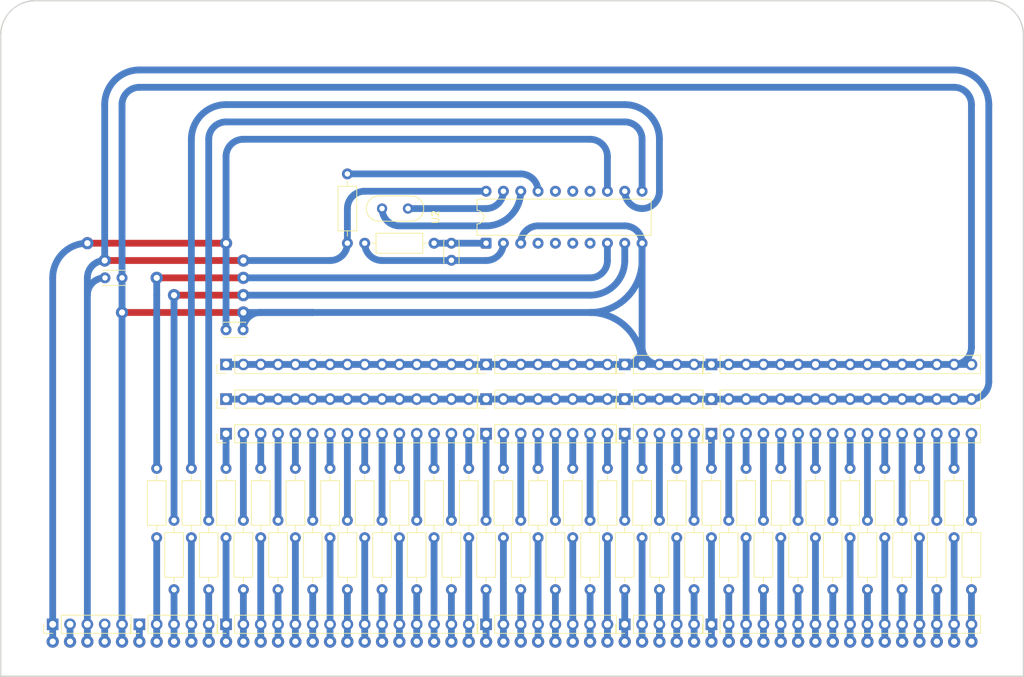
<source format=kicad_pcb>
(kicad_pcb (version 20241229) (generator "pcbnew") (generator_version "9.0")
  (layers (0 "F.Cu" signal) (2 "B.Cu" signal) (13 "F.Paste" user) (15 "B.Paste" user) (5 "F.SilkS" user "F.Silkscreen") (7 "B.SilkS" user "B.Silkscreen") (1 "F.Mask" user) (3 "B.Mask" user) (25 "Edge.Cuts" user))
  (net 0 "")
  (net 1 "Net-(U2-Tank_1)")
  (net 2 "Net-(U2-Tank_2)")
  (net 3 "/HOLDA")
  (net 4 "/{slash}WE")
  (net 5 "/WAIT")
  (net 6 "/{slash}MEMIN")
  (net 7 "/DBIN")
  (net 8 "/{slash}RESET")
  (net 9 "/{slash}HOLD")
  (net 10 "/READY")
  (net 11 "/AD14")
  (net 12 "/AD3")
  (net 13 "/AD2")
  (net 14 "/AD9")
  (net 15 "/AD10")
  (net 16 "/AD13")
  (net 17 "/AD12")
  (net 18 "/AD7")
  (net 19 "/AD15")
  (net 20 "/AD5")
  (net 21 "/AD1")
  (net 22 "/AD6")
  (net 23 "/AD4")
  (net 24 "/AD8")
  (net 25 "/AD11")
  (net 26 "/DA4")
  (net 27 "/DA15")
  (net 28 "/DA2")
  (net 29 "/DA0")
  (net 30 "/DA7")
  (net 31 "/DA3")
  (net 32 "/DA6")
  (net 33 "/DA12")
  (net 34 "/DA14")
  (net 35 "/DA8")
  (net 36 "/DA5")
  (net 37 "/DA10")
  (net 38 "/DA11")
  (net 39 "/DA13")
  (net 40 "/DA9")
  (net 41 "/DA1")
  (net 42 "/IRQ")
  (net 43 "/IC1")
  (net 44 "/IC3")
  (net 45 "/IC0")
  (net 46 "/IC2")
  (net 47 "+12V")
  (net 48 "-12V")
  (net 49 "-5V")
  (net 50 "GND")
  (net 51 "+5V")
  (net 52 "Net-(J6-Pin_16)")
  (net 53 "Net-(J6-Pin_7)")
  (net 54 "Net-(J6-Pin_12)")
  (net 55 "Net-(J6-Pin_9)")
  (net 56 "Net-(J6-Pin_3)")
  (net 57 "Net-(J6-Pin_1)")
  (net 58 "Net-(J6-Pin_10)")
  (net 59 "Net-(J6-Pin_14)")
  (net 60 "Net-(J6-Pin_15)")
  (net 61 "Net-(J6-Pin_2)")
  (net 62 "Net-(J6-Pin_6)")
  (net 63 "Net-(J6-Pin_13)")
  (net 64 "Net-(J6-Pin_8)")
  (net 65 "Net-(J6-Pin_11)")
  (net 66 "Net-(J6-Pin_5)")
  (net 67 "Net-(J6-Pin_4)")
  (net 68 "unconnected-(J7-Pin_1-Pad1)")
  (net 69 "PHI3")
  (net 70 "PHI4")
  (net 71 "PHI1")
  (net 72 "PHI2")
  (net 73 "Net-(J9-Pin_14)")
  (net 74 "Net-(J9-Pin_6)")
  (net 75 "Net-(J9-Pin_4)")
  (net 76 "Net-(J9-Pin_3)")
  (net 77 "Net-(J9-Pin_13)")
  (net 78 "Net-(J9-Pin_15)")
  (net 79 "Net-(J9-Pin_11)")
  (net 80 "Net-(J9-Pin_10)")
  (net 81 "Net-(J9-Pin_2)")
  (net 82 "Net-(J9-Pin_8)")
  (net 83 "Net-(J9-Pin_7)")
  (net 84 "Net-(J9-Pin_12)")
  (net 85 "Net-(J9-Pin_9)")
  (net 86 "Net-(J9-Pin_1)")
  (net 87 "Net-(J9-Pin_5)")
  (net 88 "Net-(J11-Pin_8)")
  (net 89 "Net-(J11-Pin_4)")
  (net 90 "Net-(J11-Pin_5)")
  (net 91 "Net-(J11-Pin_2)")
  (net 92 "Net-(J11-Pin_7)")
  (net 93 "Net-(J11-Pin_1)")
  (net 94 "Net-(J11-Pin_6)")
  (net 95 "Net-(J11-Pin_3)")
  (net 96 "Net-(J12-Pin_5)")
  (net 97 "Net-(J12-Pin_1)")
  (net 98 "Net-(J12-Pin_4)")
  (net 99 "Net-(J12-Pin_3)")
  (net 100 "Net-(J12-Pin_2)")
  (net 101 "Net-(U2-PHI1)")
  (net 102 "Net-(U2-PHI2)")
  (net 103 "Net-(U2-PHI4)")
  (net 104 "Net-(U2-PHI3)")
  (net 105 "Net-(U2-OSCIN)")
  (net 109 "Net-(U2-XTAL_2)")
  (net 112 "Net-(U2-XTAL_1)")
  (footprint "Resistor_THT:R_Axial_DIN0207_L6.3mm_D2.5mm_P10.16mm_Horizontal" (layer "F.Cu") (at 127 76.2 -90)
    (property "Reference" "R7" (hide yes))
    (property "Value" "1k")
  )
  (footprint "Resistor_THT:R_Axial_DIN0207_L6.3mm_D2.5mm_P10.16mm_Horizontal" (layer "F.Cu") (at 182.88 137.16 90)
    (property "Reference" "R14" (hide yes))
    (property "Value" "4.7k")
  )
  (footprint "Resistor_THT:R_Axial_DIN0207_L6.3mm_D2.5mm_P10.16mm_Horizontal" (layer "F.Cu") (at 208.28 137.16 90)
    (property "Reference" "R24" (hide yes))
    (property "Value" "4.7k")
  )
  (footprint "Connector_PinHeader_2.54mm:PinHeader_1x08_P2.54mm_Vertical" (layer "F.Cu") (at 147.32 109.22 90)
    (property "Reference" "J13" (hide yes))
    (property "Value" "Conn_01x08_Pin" (hide yes))
  )
  (footprint "Connector_PinHeader_2.54mm:PinHeader_1x05_P2.54mm_Vertical" (layer "F.Cu") (at 83.82 142.24 90)
    (property "Reference" "J5" (hide yes))
    (property "Value" "Conn_01x05_Pin" (hide yes))
  )
  (footprint "Resistor_THT:R_Axial_DIN0207_L6.3mm_D2.5mm_P10.16mm_Horizontal" (layer "F.Cu") (at 154.94 129.54 90)
    (property "Reference" "R47" (hide yes))
    (property "Value" "4.7k")
  )
  (footprint "Resistor_THT:R_Axial_DIN0207_L6.3mm_D2.5mm_P10.16mm_Horizontal" (layer "F.Cu") (at 109.22 129.54 90)
    (property "Reference" "R28" (hide yes))
    (property "Value" "4.7k")
  )
  (footprint "Resistor_THT:R_Axial_DIN0207_L6.3mm_D2.5mm_P10.16mm_Horizontal" (layer "F.Cu") (at 111.76 137.16 90)
    (property "Reference" "R29" (hide yes))
    (property "Value" "4.7k")
  )
  (footprint "Resistor_THT:R_Axial_DIN0207_L6.3mm_D2.5mm_P10.16mm_Horizontal" (layer "F.Cu") (at 185.42 129.54 90)
    (property "Reference" "R15" (hide yes))
    (property "Value" "4.7k")
  )
  (footprint "Resistor_THT:R_Axial_DIN0207_L6.3mm_D2.5mm_P10.16mm_Horizontal" (layer "F.Cu") (at 218.44 137.16 90)
    (property "Reference" "R43" (hide yes))
    (property "Value" "4.7k")
  )
  (footprint "Resistor_THT:R_Axial_DIN0207_L6.3mm_D2.5mm_P10.16mm_Horizontal" (layer "F.Cu") (at 177.8 137.16 90)
    (property "Reference" "R56" (hide yes))
    (property "Value" "4.7k")
  )
  (footprint "Resistor_THT:R_Axial_DIN0207_L6.3mm_D2.5mm_P10.16mm_Horizontal" (layer "F.Cu") (at 114.3 129.54 90)
    (property "Reference" "R30" (hide yes))
    (property "Value" "4.7k")
  )
  (footprint "Connector_PinHeader_2.54mm:PinHeader_1x08_P2.54mm_Vertical" (layer "F.Cu") (at 147.32 104.14 90)
    (property "Reference" "J17" (hide yes))
    (property "Value" "Conn_01x08_Pin" (hide yes))
  )
  (footprint "Resistor_THT:R_Axial_DIN0207_L6.3mm_D2.5mm_P10.16mm_Horizontal" (layer "F.Cu") (at 210.82 129.54 90)
    (property "Reference" "R25" (hide yes))
    (property "Value" "4.7k")
  )
  (footprint "Resistor_THT:R_Axial_DIN0207_L6.3mm_D2.5mm_P10.16mm_Horizontal" (layer "F.Cu") (at 160.02 129.54 90)
    (property "Reference" "R49" (hide yes))
    (property "Value" "4.7k")
  )
  (footprint "Connector_PinHeader_2.54mm:PinHeader_1x15_P2.54mm_Vertical" (layer "F.Cu") (at 109.22 114.3 90)
    (property "Reference" "J9" (hide yes))
    (property "Value" "Conn_01x15_Pin" (hide yes))
  )
  (footprint "Resistor_THT:R_Axial_DIN0207_L6.3mm_D2.5mm_P10.16mm_Horizontal" (layer "F.Cu") (at 193.04 137.16 90)
    (property "Reference" "R18" (hide yes))
    (property "Value" "4.7k")
  )
  (footprint "Connector_PinHeader_2.54mm:PinHeader_1x15_P2.54mm_Vertical" (layer "F.Cu") (at 109.22 104.14 90)
    (property "Reference" "J16" (hide yes))
    (property "Value" "Conn_01x15_Pin" (hide yes))
  )
  (footprint "Connector_PinHeader_2.54mm:PinHeader_1x05_P2.54mm_Vertical" (layer "F.Cu") (at 96.52 142.24 90)
    (property "Reference" "J7" (hide yes))
    (property "Value" "Conn_01x05_Pin" (hide yes))
  )
  (footprint "Connector_PinHeader_2.54mm:PinHeader_1x05_P2.54mm_Vertical" (layer "F.Cu") (at 167.64 142.24 90)
    (property "Reference" "J4" (hide yes))
    (property "Value" "Conn_01x05_Pin" (hide yes))
  )
  (footprint "Resistor_THT:R_Axial_DIN0207_L6.3mm_D2.5mm_P10.16mm_Horizontal" (layer "F.Cu") (at 157.48 137.16 90)
    (property "Reference" "R48" (hide yes))
    (property "Value" "4.7k")
  )
  (footprint "Resistor_THT:R_Axial_DIN0207_L6.3mm_D2.5mm_P10.16mm_Horizontal" (layer "F.Cu") (at 187.96 137.16 90)
    (property "Reference" "R16" (hide yes))
    (property "Value" "4.7k")
  )
  (footprint "Resistor_THT:R_Axial_DIN0207_L6.3mm_D2.5mm_P10.16mm_Horizontal" (layer "F.Cu") (at 104.14 119.38 -90)
    (property "Reference" "R3" (hide yes))
    (property "Value" "22")
  )
  (footprint "Resistor_THT:R_Axial_DIN0207_L6.3mm_D2.5mm_P10.16mm_Horizontal" (layer "F.Cu") (at 167.64 137.16 90)
    (property "Reference" "R52" (hide yes))
    (property "Value" "4.7k")
  )
  (footprint "Resistor_THT:R_Axial_DIN0207_L6.3mm_D2.5mm_P10.16mm_Horizontal" (layer "F.Cu") (at 175.26 129.54 90)
    (property "Reference" "R55" (hide yes))
    (property "Value" "4.7k")
  )
  (footprint "Connector_PinHeader_2.54mm:PinHeader_1x05_P2.54mm_Vertical" (layer "F.Cu") (at 167.64 114.3 90)
    (property "Reference" "J12" (hide yes))
    (property "Value" "Conn_01x05_Pin" (hide yes))
  )
  (footprint "Resistor_THT:R_Axial_DIN0207_L6.3mm_D2.5mm_P10.16mm_Horizontal" (layer "F.Cu") (at 147.32 137.16 90)
    (property "Reference" "R44" (hide yes))
    (property "Value" "4.7k")
  )
  (footprint "Resistor_THT:R_Axial_DIN0207_L6.3mm_D2.5mm_P10.16mm_Horizontal" (layer "F.Cu") (at 132.08 137.16 90)
    (property "Reference" "R37" (hide yes))
    (property "Value" "4.7k")
  )
  (footprint "Capacitor_THT:C_Disc_D3.0mm_W2.0mm_P2.50mm" (layer "F.Cu") (at 109.22 99.06)
    (property "Reference" "C3" (hide yes))
    (property "Value" "104" (hide yes))
  )
  (footprint "Resistor_THT:R_Axial_DIN0207_L6.3mm_D2.5mm_P10.16mm_Horizontal" (layer "F.Cu") (at 139.7 129.54 90)
    (property "Reference" "R40" (hide yes))
    (property "Value" "4.7k")
  )
  (footprint "Resistor_THT:R_Axial_DIN0207_L6.3mm_D2.5mm_P10.16mm_Horizontal" (layer "F.Cu") (at 142.24 137.16 90)
    (property "Reference" "R41" (hide yes))
    (property "Value" "4.7k")
  )
  (footprint "Resistor_THT:R_Axial_DIN0207_L6.3mm_D2.5mm_P10.16mm_Horizontal" (layer "F.Cu") (at 213.36 137.16 90)
    (property "Reference" "R26" (hide yes))
    (property "Value" "4.7k")
  )
  (footprint "Resistor_THT:R_Axial_DIN0207_L6.3mm_D2.5mm_P10.16mm_Horizontal" (layer "F.Cu") (at 121.92 137.16 90)
    (property "Reference" "R33" (hide yes))
    (property "Value" "4.7k")
  )
  (footprint "Resistor_THT:R_Axial_DIN0207_L6.3mm_D2.5mm_P10.16mm_Horizontal" (layer "F.Cu") (at 101.6 127 -90)
    (property "Reference" "R5" (hide yes))
    (property "Value" "22")
  )
  (footprint "Resistor_THT:R_Axial_DIN0207_L6.3mm_D2.5mm_P10.16mm_Horizontal" (layer "F.Cu") (at 162.56 137.16 90)
    (property "Reference" "R50" (hide yes))
    (property "Value" "4.7k")
  )
  (footprint "Resistor_THT:R_Axial_DIN0207_L6.3mm_D2.5mm_P10.16mm_Horizontal" (layer "F.Cu") (at 215.9 129.54 90)
    (property "Reference" "R27" (hide yes))
    (property "Value" "4.7k")
  )
  (footprint "Resistor_THT:R_Axial_DIN0207_L6.3mm_D2.5mm_P10.16mm_Horizontal" (layer "F.Cu") (at 149.86 129.54 90)
    (property "Reference" "R45" (hide yes))
    (property "Value" "4.7k")
  )
  (footprint "Resistor_THT:R_Axial_DIN0207_L6.3mm_D2.5mm_P10.16mm_Horizontal" (layer "F.Cu") (at 144.78 129.54 90)
    (property "Reference" "R42" (hide yes))
    (property "Value" "4.7k")
  )
  (footprint "Resistor_THT:R_Axial_DIN0207_L6.3mm_D2.5mm_P10.16mm_Horizontal" (layer "F.Cu") (at 137.16 137.16 90)
    (property "Reference" "R39" (hide yes))
    (property "Value" "4.7k")
  )
  (footprint "Resistor_THT:R_Axial_DIN0207_L6.3mm_D2.5mm_P10.16mm_Horizontal" (layer "F.Cu") (at 152.4 137.16 90)
    (property "Reference" "R46" (hide yes))
    (property "Value" "4.7k")
  )
  (footprint "Connector_PinHeader_2.54mm:PinHeader_1x16_P2.54mm_Vertical" (layer "F.Cu") (at 180.34 109.22 90)
    (property "Reference" "J8" (hide yes))
    (property "Value" "Conn_01x16_Pin" (hide yes))
  )
  (footprint "Connector_PinHeader_2.54mm:PinHeader_1x08_P2.54mm_Vertical" (layer "F.Cu") (at 147.32 114.3 90)
    (property "Reference" "J11" (hide yes))
    (property "Value" "Conn_01x08_Pin" (hide yes))
  )
  (footprint "Connector_PinHeader_2.54mm:PinHeader_1x05_P2.54mm_Vertical" (layer "F.Cu") (at 167.64 109.22 90)
    (property "Reference" "J14" (hide yes))
    (property "Value" "Conn_01x05_Pin" (hide yes))
  )
  (footprint "Capacitor_THT:C_Disc_D3.0mm_W2.0mm_P2.50mm" (layer "F.Cu") (at 91.48 91.44)
    (property "Reference" "C4" (hide yes))
    (property "Value" "104" (hide yes))
  )
  (footprint "Resistor_THT:R_Axial_DIN0207_L6.3mm_D2.5mm_P10.16mm_Horizontal" (layer "F.Cu") (at 180.34 129.54 90)
    (property "Reference" "R13" (hide yes))
    (property "Value" "4.7k")
  )
  (footprint "Resistor_THT:R_Axial_DIN0207_L6.3mm_D2.5mm_P10.16mm_Horizontal" (layer "F.Cu") (at 165.1 129.54 90)
    (property "Reference" "R51" (hide yes))
    (property "Value" "4.7k")
  )
  (footprint "Resistor_THT:R_Axial_DIN0207_L6.3mm_D2.5mm_P10.16mm_Horizontal" (layer "F.Cu") (at 127 137.16 90)
    (property "Reference" "R35" (hide yes))
    (property "Value" "4.7k")
  )
  (footprint "Connector_PinHeader_2.54mm:PinHeader_1x16_P2.54mm_Vertical" (layer "F.Cu") (at 180.34 104.14 90)
    (property "Reference" "J15" (hide yes))
    (property "Value" "Conn_01x16_Pin" (hide yes))
  )
  (footprint "Connector_PinHeader_2.54mm:PinHeader_1x15_P2.54mm_Vertical" (layer "F.Cu") (at 109.22 142.24 90)
    (property "Reference" "J2" (hide yes))
    (property "Value" "Conn_01x15_Pin" (hide yes))
  )
  (footprint "Resistor_THT:R_Axial_DIN0207_L6.3mm_D2.5mm_P10.16mm_Horizontal" (layer "F.Cu") (at 170.18 129.54 90)
    (property "Reference" "R53" (hide yes))
    (property "Value" "4.7k")
  )
  (footprint "Resistor_THT:R_Axial_DIN0207_L6.3mm_D2.5mm_P10.16mm_Horizontal" (layer "F.Cu") (at 195.58 129.54 90)
    (property "Reference" "R19" (hide yes))
    (property "Value" "4.7k")
  )
  (footprint "Resistor_THT:R_Axial_DIN0207_L6.3mm_D2.5mm_P10.16mm_Horizontal" (layer "F.Cu") (at 116.84 137.16 90)
    (property "Reference" "R31" (hide yes))
    (property "Value" "4.7k")
  )
  (footprint "Resistor_THT:R_Axial_DIN0207_L6.3mm_D2.5mm_P10.16mm_Horizontal" (layer "F.Cu") (at 124.46 129.54 90)
    (property "Reference" "R34" (hide yes))
    (property "Value" "4.7k")
  )
  (footprint "Crystal:Crystal_HC52-U_Vertical" (layer "F.Cu") (at 132.08 81.28)
    (property "Reference" "Y1" (hide yes))
    (property "Value" "16MHz")
  )
  (footprint "Connector_PinHeader_2.54mm:PinHeader_1x15_P2.54mm_Vertical" (layer "F.Cu") (at 109.22 109.22 90)
    (property "Reference" "J10" (hide yes))
    (property "Value" "Conn_01x15_Pin" (hide yes))
  )
  (footprint "Resistor_THT:R_Axial_DIN0207_L6.3mm_D2.5mm_P10.16mm_Horizontal" (layer "F.Cu") (at 172.72 137.16 90)
    (property "Reference" "R54" (hide yes))
    (property "Value" "4.7k")
  )
  (footprint "Inductor_THT:L_Axial_L6.6mm_D2.7mm_P10.16mm_Horizontal_Vishay_IM-2" (layer "F.Cu") (at 139.7 86.36 180)
    (property "Reference" "L1" (hide yes))
    (property "Value" "1uH")
  )
  (footprint "Resistor_THT:R_Axial_DIN0207_L6.3mm_D2.5mm_P10.16mm_Horizontal" (layer "F.Cu") (at 99.06 129.54 90)
    (property "Reference" "R6" (hide yes))
    (property "Value" "22")
  )
  (footprint "Resistor_THT:R_Axial_DIN0207_L6.3mm_D2.5mm_P10.16mm_Horizontal" (layer "F.Cu") (at 203.2 137.16 90)
    (property "Reference" "R22" (hide yes))
    (property "Value" "4.7k")
  )
  (footprint "Resistor_THT:R_Axial_DIN0207_L6.3mm_D2.5mm_P10.16mm_Horizontal" (layer "F.Cu") (at 119.38 129.54 90)
    (property "Reference" "R32" (hide yes))
    (property "Value" "4.7k")
  )
  (footprint "Connector_PinHeader_2.54mm:PinHeader_1x08_P2.54mm_Vertical" (layer "F.Cu") (at 147.32 142.24 90)
    (property "Reference" "J1" (hide yes))
    (property "Value" "Conn_01x08_Pin" (hide yes))
  )
  (footprint "Package_DIP:DIP-20_W7.62mm" (layer "F.Cu") (at 147.32 86.36 90)
    (property "Reference" "U2")
    (property "Value" "TMS9904")
  )
  (footprint "Resistor_THT:R_Axial_DIN0207_L6.3mm_D2.5mm_P10.16mm_Horizontal" (layer "F.Cu") (at 129.54 129.54 90)
    (property "Reference" "R36" (hide yes))
    (property "Value" "4.7k")
  )
  (footprint "Resistor_THT:R_Axial_DIN0207_L6.3mm_D2.5mm_P10.16mm_Horizontal" (layer "F.Cu") (at 106.68 127 -90)
    (property "Reference" "R4" (hide yes))
    (property "Value" "22")
  )
  (footprint "Resistor_THT:R_Axial_DIN0207_L6.3mm_D2.5mm_P10.16mm_Horizontal" (layer "F.Cu") (at 200.66 129.54 90)
    (property "Reference" "R21" (hide yes))
    (property "Value" "4.7k")
  )
  (footprint "Resistor_THT:R_Axial_DIN0207_L6.3mm_D2.5mm_P10.16mm_Horizontal" (layer "F.Cu") (at 205.74 129.54 90)
    (property "Reference" "R23" (hide yes))
    (property "Value" "4.7k")
  )
  (footprint "Connector_PinHeader_2.54mm:PinHeader_1x16_P2.54mm_Vertical" (layer "F.Cu") (at 180.34 114.3 90)
    (property "Reference" "J6" (hide yes))
    (property "Value" "Conn_01x16_Pin" (hide yes))
  )
  (footprint "Resistor_THT:R_Axial_DIN0207_L6.3mm_D2.5mm_P10.16mm_Horizontal" (layer "F.Cu") (at 134.62 129.54 90)
    (property "Reference" "R38" (hide yes))
    (property "Value" "4.7k")
  )
  (footprint "Connector_PinHeader_2.54mm:PinHeader_1x05_P2.54mm_Vertical" (layer "F.Cu") (at 167.64 104.14 90)
    (property "Reference" "J18" (hide yes))
    (property "Value" "Conn_01x05_Pin" (hide yes))
  )
  (footprint "Resistor_THT:R_Axial_DIN0207_L6.3mm_D2.5mm_P10.16mm_Horizontal" (layer "F.Cu") (at 190.5 129.54 90)
    (property "Reference" "R17" (hide yes))
    (property "Value" "4.7k")
  )
  (footprint "Connector_PinHeader_2.54mm:PinHeader_1x16_P2.54mm_Vertical" (layer "F.Cu") (at 180.34 142.24 90)
    (property "Reference" "J3" (hide yes))
    (property "Value" "Conn_01x16_Pin" (hide yes))
  )
  (footprint "Capacitor_THT:C_Disc_D3.0mm_W2.0mm_P2.50mm" (layer "F.Cu") (at 142.24 86.36 -90)
    (property "Reference" "C1" (hide yes))
    (property "Value" "10pF")
  )
  (footprint "Resistor_THT:R_Axial_DIN0207_L6.3mm_D2.5mm_P10.16mm_Horizontal" (layer "F.Cu") (at 198.12 137.16 90)
    (property "Reference" "R20" (hide yes))
    (property "Value" "4.7k")
  )
  (gr_arc (start 76.2 55.88) (mid 77.687898 52.287898) (end 81.28 50.8) (stroke (width 0.2)) (layer "Edge.Cuts"))
  (gr_line (start 226.06 149.86) (end 226.06 55.88) (stroke (width 0.2)) (layer "Edge.Cuts"))
  (gr_line (start 76.2 55.88) (end 76.2 149.86) (stroke (width 0.2)) (layer "Edge.Cuts"))
  (gr_line (start 76.2 149.86) (end 226.06 149.86) (stroke (width 0.2)) (layer "Edge.Cuts"))
  (gr_line (start 220.98 50.8) (end 81.28 50.8) (stroke (width 0.2)) (layer "Edge.Cuts"))
  (gr_arc (start 220.98 50.8) (mid 224.572102 52.287898) (end 226.06 55.88) (stroke (width 0.2)) (layer "Edge.Cuts"))
  (segment (start 139.7 86.36) (end 147.32 86.36) (width 1) (layer "B.Cu") (net 1))
  (segment (start 147.32 88.9) (end 132.08 88.9) (width 1) (layer "B.Cu") (net 2))
  (arc (start 132.08 88.9) (mid 130.283949 88.156051) (end 129.54 86.36) (width 1) (layer "B.Cu") (net 2))
  (arc (start 149.86 86.36) (mid 149.116051 88.156051) (end 147.32 88.9) (width 1) (layer "B.Cu") (net 2))
  (via (at 162.56 144.78) (size 1.8) (drill 0.9) (layers "F.Cu" "B.Cu") (net 3))
  (segment (start 162.56 137.16) (end 162.56 142.24) (width 1) (layer "B.Cu") (net 3))
  (segment (start 162.56 144.78) (end 162.56 142.24) (width 1) (layer "B.Cu") (net 3))
  (via (at 154.94 144.78) (size 1.8) (drill 0.9) (layers "F.Cu" "B.Cu") (net 4))
  (segment (start 154.94 142.24) (end 154.94 129.54) (width 1) (layer "B.Cu") (net 4))
  (segment (start 154.94 144.78) (end 154.94 142.24) (width 1) (layer "B.Cu") (net 4))
  (via (at 160.02 144.78) (size 1.8) (drill 0.9) (layers "F.Cu" "B.Cu") (net 5))
  (segment (start 160.02 142.24) (end 160.02 129.54) (width 1) (layer "B.Cu") (net 5))
  (segment (start 160.02 144.78) (end 160.02 142.24) (width 1) (layer "B.Cu") (net 5))
  (via (at 149.86 144.78) (size 1.8) (drill 0.9) (layers "F.Cu" "B.Cu") (net 6))
  (segment (start 149.86 144.78) (end 149.86 142.24) (width 1) (layer "B.Cu") (net 6))
  (segment (start 149.86 142.24) (end 149.86 129.54) (width 1) (layer "B.Cu") (net 6))
  (via (at 147.32 144.78) (size 1.8) (drill 0.9) (layers "F.Cu" "B.Cu") (net 7))
  (segment (start 147.32 137.16) (end 147.32 142.24) (width 1) (layer "B.Cu") (net 7))
  (segment (start 147.32 144.78) (end 147.32 142.24) (width 1) (layer "B.Cu") (net 7))
  (via (at 165.1 144.78) (size 1.8) (drill 0.9) (layers "F.Cu" "B.Cu") (net 8))
  (segment (start 165.1 142.24) (end 165.1 129.54) (width 1) (layer "B.Cu") (net 8))
  (segment (start 165.1 144.78) (end 165.1 142.24) (width 1) (layer "B.Cu") (net 8))
  (via (at 157.48 144.78) (size 1.8) (drill 0.9) (layers "F.Cu" "B.Cu") (net 9))
  (segment (start 157.48 144.78) (end 157.48 142.24) (width 1) (layer "B.Cu") (net 9))
  (segment (start 157.48 137.16) (end 157.48 142.24) (width 1) (layer "B.Cu") (net 9))
  (via (at 152.4 144.78) (size 1.8) (drill 0.9) (layers "F.Cu" "B.Cu") (net 10))
  (segment (start 152.4 144.78) (end 152.4 142.24) (width 1) (layer "B.Cu") (net 10))
  (segment (start 152.4 137.16) (end 152.4 142.24) (width 1) (layer "B.Cu") (net 10))
  (via (at 142.24 144.78) (size 1.8) (drill 0.9) (layers "F.Cu" "B.Cu") (net 11))
  (segment (start 142.24 144.78) (end 142.24 142.24) (width 1) (layer "B.Cu") (net 11))
  (segment (start 142.24 137.16) (end 142.24 142.24) (width 1) (layer "B.Cu") (net 11))
  (via (at 114.3 144.78) (size 1.8) (drill 0.9) (layers "F.Cu" "B.Cu") (net 12))
  (segment (start 114.3 144.78) (end 114.3 142.24) (width 1) (layer "B.Cu") (net 12))
  (segment (start 114.3 142.24) (end 114.3 129.54) (width 1) (layer "B.Cu") (net 12))
  (via (at 111.76 144.78) (size 1.8) (drill 0.9) (layers "F.Cu" "B.Cu") (net 13))
  (segment (start 111.76 137.16) (end 111.76 142.24) (width 1) (layer "B.Cu") (net 13))
  (segment (start 111.76 144.78) (end 111.76 142.24) (width 1) (layer "B.Cu") (net 13))
  (via (at 129.54 144.78) (size 1.8) (drill 0.9) (layers "F.Cu" "B.Cu") (net 14))
  (segment (start 129.54 142.24) (end 129.54 129.54) (width 1) (layer "B.Cu") (net 14))
  (segment (start 129.54 144.78) (end 129.54 142.24) (width 1) (layer "B.Cu") (net 14))
  (via (at 132.08 144.78) (size 1.8) (drill 0.9) (layers "F.Cu" "B.Cu") (net 15))
  (segment (start 132.08 144.78) (end 132.08 142.24) (width 1) (layer "B.Cu") (net 15))
  (segment (start 132.08 137.16) (end 132.08 142.24) (width 1) (layer "B.Cu") (net 15))
  (via (at 139.7 144.78) (size 1.8) (drill 0.9) (layers "F.Cu" "B.Cu") (net 16))
  (segment (start 139.7 142.24) (end 139.7 129.54) (width 1) (layer "B.Cu") (net 16))
  (segment (start 139.7 144.78) (end 139.7 142.24) (width 1) (layer "B.Cu") (net 16))
  (via (at 137.16 144.78) (size 1.8) (drill 0.9) (layers "F.Cu" "B.Cu") (net 17))
  (segment (start 137.16 137.16) (end 137.16 142.24) (width 1) (layer "B.Cu") (net 17))
  (segment (start 137.16 144.78) (end 137.16 142.24) (width 1) (layer "B.Cu") (net 17))
  (via (at 124.46 144.78) (size 1.8) (drill 0.9) (layers "F.Cu" "B.Cu") (net 18))
  (segment (start 124.46 144.78) (end 124.46 142.24) (width 1) (layer "B.Cu") (net 18))
  (segment (start 124.46 142.24) (end 124.46 129.54) (width 1) (layer "B.Cu") (net 18))
  (via (at 144.78 144.78) (size 1.8) (drill 0.9) (layers "F.Cu" "B.Cu") (net 19))
  (segment (start 144.78 144.78) (end 144.78 142.24) (width 1) (layer "B.Cu") (net 19))
  (segment (start 144.78 142.24) (end 144.78 129.54) (width 1) (layer "B.Cu") (net 19))
  (via (at 119.38 144.78) (size 1.8) (drill 0.9) (layers "F.Cu" "B.Cu") (net 20))
  (segment (start 119.38 144.78) (end 119.38 142.24) (width 1) (layer "B.Cu") (net 20))
  (segment (start 119.38 142.24) (end 119.38 129.54) (width 1) (layer "B.Cu") (net 20))
  (via (at 109.22 144.78) (size 1.8) (drill 0.9) (layers "F.Cu" "B.Cu") (net 21))
  (segment (start 109.22 129.54) (end 109.22 142.24) (width 1) (layer "B.Cu") (net 21))
  (segment (start 109.22 144.78) (end 109.22 142.24) (width 1) (layer "B.Cu") (net 21))
  (via (at 121.92 144.78) (size 1.8) (drill 0.9) (layers "F.Cu" "B.Cu") (net 22))
  (segment (start 121.92 137.16) (end 121.92 142.24) (width 1) (layer "B.Cu") (net 22))
  (segment (start 121.92 144.78) (end 121.92 142.24) (width 1) (layer "B.Cu") (net 22))
  (via (at 116.84 144.78) (size 1.8) (drill 0.9) (layers "F.Cu" "B.Cu") (net 23))
  (segment (start 116.84 137.16) (end 116.84 142.24) (width 1) (layer "B.Cu") (net 23))
  (segment (start 116.84 144.78) (end 116.84 142.24) (width 1) (layer "B.Cu") (net 23))
  (via (at 127 144.78) (size 1.8) (drill 0.9) (layers "F.Cu" "B.Cu") (net 24))
  (segment (start 127 137.16) (end 127 142.24) (width 1) (layer "B.Cu") (net 24))
  (segment (start 127 144.78) (end 127 142.24) (width 1) (layer "B.Cu") (net 24))
  (via (at 134.62 144.78) (size 1.8) (drill 0.9) (layers "F.Cu" "B.Cu") (net 25))
  (segment (start 134.62 142.24) (end 134.62 129.54) (width 1) (layer "B.Cu") (net 25))
  (segment (start 134.62 144.78) (end 134.62 142.24) (width 1) (layer "B.Cu") (net 25))
  (via (at 190.5 144.78) (size 1.8) (drill 0.9) (layers "F.Cu" "B.Cu") (net 26))
  (segment (start 190.5 144.78) (end 190.5 142.24) (width 1) (layer "B.Cu") (net 26))
  (segment (start 190.5 142.24) (end 190.5 129.54) (width 1) (layer "B.Cu") (net 26))
  (via (at 218.44 144.78) (size 1.8) (drill 0.9) (layers "F.Cu" "B.Cu") (net 27))
  (segment (start 218.44 142.24) (end 218.44 137.16) (width 1) (layer "B.Cu") (net 27))
  (segment (start 218.44 144.78) (end 218.44 142.24) (width 1) (layer "B.Cu") (net 27))
  (via (at 185.42 144.78) (size 1.8) (drill 0.9) (layers "F.Cu" "B.Cu") (net 28))
  (segment (start 185.42 142.24) (end 185.42 129.54) (width 1) (layer "B.Cu") (net 28))
  (segment (start 185.42 144.78) (end 185.42 142.24) (width 1) (layer "B.Cu") (net 28))
  (via (at 180.34 144.78) (size 1.8) (drill 0.9) (layers "F.Cu" "B.Cu") (net 29))
  (segment (start 180.34 142.24) (end 180.34 129.54) (width 1) (layer "B.Cu") (net 29))
  (segment (start 180.34 144.78) (end 180.34 142.24) (width 1) (layer "B.Cu") (net 29))
  (via (at 198.12 144.78) (size 1.8) (drill 0.9) (layers "F.Cu" "B.Cu") (net 30))
  (segment (start 198.12 144.78) (end 198.12 142.24) (width 1) (layer "B.Cu") (net 30))
  (segment (start 198.12 137.16) (end 198.12 142.24) (width 1) (layer "B.Cu") (net 30))
  (via (at 187.96 144.78) (size 1.8) (drill 0.9) (layers "F.Cu" "B.Cu") (net 31))
  (segment (start 187.96 144.78) (end 187.96 142.24) (width 1) (layer "B.Cu") (net 31))
  (segment (start 187.96 137.16) (end 187.96 142.24) (width 1) (layer "B.Cu") (net 31))
  (via (at 195.58 144.78) (size 1.8) (drill 0.9) (layers "F.Cu" "B.Cu") (net 32))
  (segment (start 195.58 144.78) (end 195.58 142.24) (width 1) (layer "B.Cu") (net 32))
  (segment (start 195.58 142.24) (end 195.58 129.54) (width 1) (layer "B.Cu") (net 32))
  (via (at 210.82 144.78) (size 1.8) (drill 0.9) (layers "F.Cu" "B.Cu") (net 33))
  (segment (start 210.82 144.78) (end 210.82 142.24) (width 1) (layer "B.Cu") (net 33))
  (segment (start 210.82 142.24) (end 210.82 129.54) (width 1) (layer "B.Cu") (net 33))
  (via (at 215.9 144.78) (size 1.8) (drill 0.9) (layers "F.Cu" "B.Cu") (net 34))
  (segment (start 215.9 144.78) (end 215.9 142.24) (width 1) (layer "B.Cu") (net 34))
  (segment (start 215.9 142.24) (end 215.9 129.54) (width 1) (layer "B.Cu") (net 34))
  (via (at 200.66 144.78) (size 1.8) (drill 0.9) (layers "F.Cu" "B.Cu") (net 35))
  (segment (start 200.66 144.78) (end 200.66 142.24) (width 1) (layer "B.Cu") (net 35))
  (segment (start 200.66 129.54) (end 200.66 142.24) (width 1) (layer "B.Cu") (net 35))
  (via (at 193.04 144.78) (size 1.8) (drill 0.9) (layers "F.Cu" "B.Cu") (net 36))
  (segment (start 193.04 144.78) (end 193.04 142.24) (width 1) (layer "B.Cu") (net 36))
  (segment (start 193.04 137.16) (end 193.04 142.24) (width 1) (layer "B.Cu") (net 36))
  (via (at 205.74 144.78) (size 1.8) (drill 0.9) (layers "F.Cu" "B.Cu") (net 37))
  (segment (start 205.74 144.78) (end 205.74 142.24) (width 1) (layer "B.Cu") (net 37))
  (segment (start 205.74 142.24) (end 205.74 129.54) (width 1) (layer "B.Cu") (net 37))
  (via (at 208.28 144.78) (size 1.8) (drill 0.9) (layers "F.Cu" "B.Cu") (net 38))
  (segment (start 208.28 144.78) (end 208.28 142.24) (width 1) (layer "B.Cu") (net 38))
  (segment (start 208.28 137.16) (end 208.28 142.24) (width 1) (layer "B.Cu") (net 38))
  (via (at 213.36 144.78) (size 1.8) (drill 0.9) (layers "F.Cu" "B.Cu") (net 39))
  (segment (start 213.36 137.16) (end 213.36 142.24) (width 1) (layer "B.Cu") (net 39))
  (segment (start 213.36 144.78) (end 213.36 142.24) (width 1) (layer "B.Cu") (net 39))
  (via (at 203.2 144.78) (size 1.8) (drill 0.9) (layers "F.Cu" "B.Cu") (net 40))
  (segment (start 203.2 144.78) (end 203.2 142.24) (width 1) (layer "B.Cu") (net 40))
  (segment (start 203.2 142.24) (end 203.2 137.16) (width 1) (layer "B.Cu") (net 40))
  (via (at 182.88 144.78) (size 1.8) (drill 0.9) (layers "F.Cu" "B.Cu") (net 41))
  (segment (start 182.88 137.16) (end 182.88 142.24) (width 1) (layer "B.Cu") (net 41))
  (segment (start 182.88 144.78) (end 182.88 142.24) (width 1) (layer "B.Cu") (net 41))
  (via (at 167.64 144.78) (size 1.8) (drill 0.9) (layers "F.Cu" "B.Cu") (net 42))
  (segment (start 167.64 137.16) (end 167.64 142.24) (width 1) (layer "B.Cu") (net 42))
  (segment (start 167.64 144.78) (end 167.64 142.24) (width 1) (layer "B.Cu") (net 42))
  (via (at 172.72 144.78) (size 1.8) (drill 0.9) (layers "F.Cu" "B.Cu") (net 43))
  (segment (start 172.72 144.78) (end 172.72 142.24) (width 1) (layer "B.Cu") (net 43))
  (segment (start 172.72 137.16) (end 172.72 142.24) (width 1) (layer "B.Cu") (net 43))
  (via (at 177.8 144.78) (size 1.8) (drill 0.9) (layers "F.Cu" "B.Cu") (net 44))
  (segment (start 177.8 137.16) (end 177.8 142.24) (width 1) (layer "B.Cu") (net 44))
  (segment (start 177.8 144.78) (end 177.8 142.24) (width 1) (layer "B.Cu") (net 44))
  (via (at 170.18 144.78) (size 1.8) (drill 0.9) (layers "F.Cu" "B.Cu") (net 45))
  (segment (start 170.18 144.78) (end 170.18 142.24) (width 1) (layer "B.Cu") (net 45))
  (segment (start 170.18 142.24) (end 170.18 129.54) (width 1) (layer "B.Cu") (net 45))
  (via (at 175.26 144.78) (size 1.8) (drill 0.9) (layers "F.Cu" "B.Cu") (net 46))
  (segment (start 175.26 144.78) (end 175.26 142.24) (width 1) (layer "B.Cu") (net 46))
  (segment (start 175.26 142.24) (end 175.26 129.54) (width 1) (layer "B.Cu") (net 46))
  (segment (start 109.22 86.36) (end 88.9 86.36) (width 1) (layer "F.Cu") (net 47))
  (via (at 83.82 144.78) (size 1.8) (drill 0.9) (layers "F.Cu" "B.Cu") (net 47))
  (via (at 88.9 86.36) (size 1.8) (drill 0.9) (layers "F.Cu" "B.Cu") (net 47))
  (via (at 109.22 86.36) (size 1.8) (drill 0.9) (layers "F.Cu" "B.Cu") (net 47))
  (segment (start 165.1 73.66) (end 165.1 78.74) (width 1) (layer "B.Cu") (net 47))
  (segment (start 109.22 99.06) (end 109.22 86.36) (width 1) (layer "B.Cu") (net 47))
  (segment (start 109.22 86.36) (end 109.22 73.66) (width 1) (layer "B.Cu") (net 47))
  (segment (start 83.82 144.78) (end 83.82 142.24) (width 1) (layer "B.Cu") (net 47))
  (segment (start 111.76 71.12) (end 162.56 71.12) (width 1) (layer "B.Cu") (net 47))
  (segment (start 83.82 142.24) (end 83.82 91.44) (width 1) (layer "B.Cu") (net 47))
  (arc (start 162.56 71.12) (mid 164.356051 71.863949) (end 165.1 73.66) (width 1) (layer "B.Cu") (net 47))
  (arc (start 109.22 73.66) (mid 109.963949 71.863949) (end 111.76 71.12) (width 1) (layer "B.Cu") (net 47))
  (arc (start 83.82 91.44) (mid 85.307898 87.847898) (end 88.9 86.36) (width 1) (layer "B.Cu") (net 47))
  (via (at 91.44 144.78) (size 1.8) (drill 0.9) (layers "F.Cu" "B.Cu") (net 48))
  (segment (start 91.44 144.78) (end 91.44 142.24) (width 1) (layer "B.Cu") (net 48))
  (via (at 86.36 144.78) (size 1.8) (drill 0.9) (layers "F.Cu" "B.Cu") (net 49))
  (segment (start 86.36 142.24) (end 86.36 144.78) (width 1) (layer "B.Cu") (net 49))
  (segment (start 111.76 96.52) (end 93.98 96.52) (width 1) (layer "F.Cu") (net 50))
  (via (at 93.98 144.78) (size 1.8) (drill 0.9) (layers "F.Cu" "B.Cu") (net 50))
  (via (at 93.98 96.52) (size 1.8) (drill 0.9) (layers "F.Cu" "B.Cu") (net 50))
  (via (at 111.76 96.52) (size 1.8) (drill 0.9) (layers "F.Cu" "B.Cu") (net 50))
  (segment (start 93.98 144.78) (end 93.98 142.24) (width 1) (layer "B.Cu") (net 50))
  (segment (start 162.56 96.52) (end 121.92 96.52) (width 1) (layer "B.Cu") (net 50))
  (segment (start 121.92 96.52) (end 111.76 96.52) (width 1) (layer "B.Cu") (net 50))
  (segment (start 170.18 86.36) (end 170.18 88.9) (width 1) (layer "B.Cu") (net 50))
  (segment (start 218.44 104.14) (end 109.22 104.14) (width 1) (layer "B.Cu") (net 50))
  (segment (start 215.9 63.5) (end 96.52 63.5) (width 1) (layer "B.Cu") (net 50))
  (segment (start 111.76 96.52) (end 111.76 99.02) (width 1) (layer "B.Cu") (net 50))
  (segment (start 218.44 101.6) (end 218.44 66.04) (width 1) (layer "B.Cu") (net 50))
  (segment (start 167.64 83.82) (end 154.94 83.82) (width 1) (layer "B.Cu") (net 50))
  (segment (start 93.98 66.04) (end 93.98 96.52) (width 1) (layer "B.Cu") (net 50))
  (segment (start 170.18 86.36) (end 170.18 101.6) (width 1) (layer "B.Cu") (net 50))
  (segment (start 114.26 96.52) (end 121.92 96.52) (width 1) (layer "B.Cu") (net 50))
  (segment (start 93.98 96.52) (end 93.98 142.24) (width 1) (layer "B.Cu") (net 50))
  (arc (start 215.9 104.14) (mid 217.696051 103.396051) (end 218.44 101.6) (width 1) (layer "B.Cu") (net 50))
  (arc (start 218.44 66.04) (mid 217.696051 64.243949) (end 215.9 63.5) (width 1) (layer "B.Cu") (net 50))
  (arc (start 111.76 99.02) (mid 111.748284 99.048284) (end 111.72 99.06) (width 1) (layer "B.Cu") (net 50))
  (arc (start 170.18 88.9) (mid 167.948154 94.288154) (end 162.56 96.52) (width 1) (layer "B.Cu") (net 50))
  (arc (start 172.72 104.14) (mid 170.923949 103.396051) (end 170.18 101.6) (width 1) (layer "B.Cu") (net 50))
  (arc (start 170.18 101.6) (mid 169.436051 103.396051) (end 167.64 104.14) (width 1) (layer "B.Cu") (net 50))
  (arc (start 170.18 86.36) (mid 169.436051 84.563949) (end 167.64 83.82) (width 1) (layer "B.Cu") (net 50))
  (arc (start 162.56 96.52) (mid 167.948154 98.751846) (end 170.18 104.14) (width 1) (layer "B.Cu") (net 50))
  (arc (start 111.72 99.06) (mid 112.463949 97.263949) (end 114.26 96.52) (width 1) (layer "B.Cu") (net 50))
  (arc (start 96.52 63.5) (mid 94.723949 64.243949) (end 93.98 66.04) (width 1) (layer "B.Cu") (net 50))
  (arc (start 154.94 83.82) (mid 153.143949 84.563949) (end 152.4 86.36) (width 1) (layer "B.Cu") (net 50))
  (segment (start 111.76 88.9) (end 91.44 88.9) (width 1) (layer "F.Cu") (net 51))
  (via (at 111.76 88.9) (size 1.8) (drill 0.9) (layers "F.Cu" "B.Cu") (net 51))
  (via (at 88.9 144.78) (size 1.8) (drill 0.9) (layers "F.Cu" "B.Cu") (net 51))
  (via (at 91.44 88.9) (size 1.8) (drill 0.9) (layers "F.Cu" "B.Cu") (net 51))
  (segment (start 215.9 60.96) (end 96.52 60.96) (width 1) (layer "B.Cu") (net 51))
  (segment (start 111.76 88.9) (end 124.46 88.9) (width 1) (layer "B.Cu") (net 51))
  (segment (start 91.44 66.04) (end 91.44 88.9) (width 1) (layer "B.Cu") (net 51))
  (segment (start 129.54 78.74) (end 147.32 78.74) (width 1) (layer "B.Cu") (net 51))
  (segment (start 88.9 93.98) (end 88.9 91.44) (width 1) (layer "B.Cu") (net 51))
  (segment (start 91.48 91.44) (end 91.44 91.44) (width 1) (layer "B.Cu") (net 51))
  (segment (start 88.9 142.24) (end 88.9 93.98) (width 1) (layer "B.Cu") (net 51))
  (segment (start 88.9 144.78) (end 88.9 142.24) (width 1) (layer "B.Cu") (net 51))
  (segment (start 127 86.36) (end 127 81.28) (width 1) (layer "B.Cu") (net 51))
  (segment (start 220.98 66.04) (end 220.98 106.68) (width 1) (layer "B.Cu") (net 51))
  (segment (start 218.44 109.22) (end 109.22 109.22) (width 1) (layer "B.Cu") (net 51))
  (arc (start 88.9 91.44) (mid 89.643949 89.643949) (end 91.44 88.9) (width 1) (layer "B.Cu") (net 51))
  (arc (start 91.44 91.44) (mid 89.643949 92.183949) (end 88.9 93.98) (width 1) (layer "B.Cu") (net 51))
  (arc (start 220.98 106.68) (mid 220.236051 108.476051) (end 218.44 109.22) (width 1) (layer "B.Cu") (net 51))
  (arc (start 96.52 60.96) (mid 92.927898 62.447898) (end 91.44 66.04) (width 1) (layer "B.Cu") (net 51))
  (arc (start 220.98 66.04) (mid 219.492102 62.447898) (end 215.9 60.96) (width 1) (layer "B.Cu") (net 51))
  (arc (start 127 81.28) (mid 127.743949 79.483949) (end 129.54 78.74) (width 1) (layer "B.Cu") (net 51))
  (arc (start 124.46 88.9) (mid 126.256051 88.156051) (end 127 86.36) (width 1) (layer "B.Cu") (net 51))
  (segment (start 218.44 127) (end 218.44 114.3) (width 1) (layer "B.Cu") (net 52))
  (segment (start 195.58 119.38) (end 195.58 114.3) (width 1) (layer "B.Cu") (net 53))
  (segment (start 208.28 114.3) (end 208.28 127) (width 1) (layer "B.Cu") (net 54))
  (segment (start 200.66 119.38) (end 200.66 114.3) (width 1) (layer "B.Cu") (net 55))
  (segment (start 185.42 119.38) (end 185.42 114.3) (width 1) (layer "B.Cu") (net 56))
  (segment (start 180.34 114.3) (end 180.34 119.38) (width 1) (layer "B.Cu") (net 57))
  (segment (start 203.2 114.3) (end 203.2 127) (width 1) (layer "B.Cu") (net 58))
  (segment (start 213.36 114.3) (end 213.36 127) (width 1) (layer "B.Cu") (net 59))
  (segment (start 215.9 114.3) (end 215.9 119.38) (width 1) (layer "B.Cu") (net 60))
  (segment (start 182.88 127) (end 182.88 114.3) (width 1) (layer "B.Cu") (net 61))
  (segment (start 193.04 114.3) (end 193.04 127) (width 1) (layer "B.Cu") (net 62))
  (segment (start 210.82 119.38) (end 210.82 114.3) (width 1) (layer "B.Cu") (net 63))
  (segment (start 198.12 114.3) (end 198.12 127) (width 1) (layer "B.Cu") (net 64))
  (segment (start 205.74 119.38) (end 205.74 114.3) (width 1) (layer "B.Cu") (net 65))
  (segment (start 190.5 119.38) (end 190.5 114.3) (width 1) (layer "B.Cu") (net 66))
  (segment (start 187.96 114.3) (end 187.96 127) (width 1) (layer "B.Cu") (net 67))
  (via (at 96.52 144.78) (size 1.8) (drill 0.9) (layers "F.Cu" "B.Cu") (net 68))
  (segment (start 96.52 144.78) (end 96.52 142.24) (width 1) (layer "B.Cu") (net 68))
  (via (at 99.06 144.78) (size 1.8) (drill 0.9) (layers "F.Cu" "B.Cu") (net 69))
  (segment (start 99.06 144.78) (end 99.06 142.24) (width 1) (layer "B.Cu") (net 69))
  (segment (start 99.06 129.54) (end 99.06 142.24) (width 1) (layer "B.Cu") (net 69))
  (via (at 101.6 144.78) (size 1.8) (drill 0.9) (layers "F.Cu" "B.Cu") (net 70))
  (segment (start 101.6 142.24) (end 101.6 137.16) (width 1) (layer "B.Cu") (net 70))
  (segment (start 101.6 144.78) (end 101.6 142.24) (width 1) (layer "B.Cu") (net 70))
  (via (at 104.14 144.78) (size 1.8) (drill 0.9) (layers "F.Cu" "B.Cu") (net 71))
  (segment (start 104.14 142.24) (end 104.14 129.54) (width 1) (layer "B.Cu") (net 71))
  (segment (start 104.14 142.24) (end 104.14 144.78) (width 1) (layer "B.Cu") (net 71))
  (via (at 106.68 144.78) (size 1.8) (drill 0.9) (layers "F.Cu" "B.Cu") (net 72))
  (segment (start 106.68 142.24) (end 106.68 137.16) (width 1) (layer "B.Cu") (net 72))
  (segment (start 106.68 144.78) (end 106.68 142.24) (width 1) (layer "B.Cu") (net 72))
  (segment (start 142.24 114.3) (end 142.24 127) (width 1) (layer "B.Cu") (net 73))
  (segment (start 121.92 114.3) (end 121.92 127) (width 1) (layer "B.Cu") (net 74))
  (segment (start 116.84 114.3) (end 116.84 127) (width 1) (layer "B.Cu") (net 75))
  (segment (start 114.3 119.38) (end 114.3 114.3) (width 1) (layer "B.Cu") (net 76))
  (segment (start 139.7 119.38) (end 139.7 114.3) (width 1) (layer "B.Cu") (net 77))
  (segment (start 144.78 119.38) (end 144.78 114.3) (width 1) (layer "B.Cu") (net 78))
  (segment (start 134.62 119.38) (end 134.62 114.3) (width 1) (layer "B.Cu") (net 79))
  (segment (start 132.08 114.3) (end 132.08 127) (width 1) (layer "B.Cu") (net 80))
  (segment (start 111.76 114.3) (end 111.76 127) (width 1) (layer "B.Cu") (net 81))
  (segment (start 127 114.3) (end 127 127) (width 1) (layer "B.Cu") (net 82))
  (segment (start 124.46 119.38) (end 124.46 114.3) (width 1) (layer "B.Cu") (net 83))
  (segment (start 137.16 114.3) (end 137.16 127) (width 1) (layer "B.Cu") (net 84))
  (segment (start 129.54 119.38) (end 129.54 114.3) (width 1) (layer "B.Cu") (net 85))
  (segment (start 109.22 119.38) (end 109.22 114.3) (width 1) (layer "B.Cu") (net 86))
  (segment (start 119.38 119.38) (end 119.38 114.3) (width 1) (layer "B.Cu") (net 87))
  (segment (start 165.1 119.38) (end 165.1 114.3) (width 1) (layer "B.Cu") (net 88))
  (segment (start 154.94 119.38) (end 154.94 114.3) (width 1) (layer "B.Cu") (net 89))
  (segment (start 157.48 114.3) (end 157.48 127) (width 1) (layer "B.Cu") (net 90))
  (segment (start 149.86 114.3) (end 149.86 119.38) (width 1) (layer "B.Cu") (net 91))
  (segment (start 162.56 114.3) (end 162.56 127) (width 1) (layer "B.Cu") (net 92))
  (segment (start 147.32 114.3) (end 147.32 127) (width 1) (layer "B.Cu") (net 93))
  (segment (start 160.02 114.3) (end 160.02 119.38) (width 1) (layer "B.Cu") (net 94))
  (segment (start 152.4 127) (end 152.4 114.3) (width 1) (layer "B.Cu") (net 95))
  (segment (start 177.8 114.3) (end 177.8 127) (width 1) (layer "B.Cu") (net 96))
  (segment (start 167.64 114.3) (end 167.64 127) (width 1) (layer "B.Cu") (net 97))
  (segment (start 175.26 119.38) (end 175.26 114.3) (width 1) (layer "B.Cu") (net 98))
  (segment (start 172.72 114.3) (end 172.72 127) (width 1) (layer "B.Cu") (net 99))
  (segment (start 170.18 114.3) (end 170.18 119.38) (width 1) (layer "B.Cu") (net 100))
  (segment (start 104.14 71.12) (end 104.14 119.38) (width 1) (layer "B.Cu") (net 101))
  (segment (start 172.72 78.74) (end 172.72 71.12) (width 1) (layer "B.Cu") (net 101))
  (segment (start 167.64 66.04) (end 109.22 66.04) (width 1) (layer "B.Cu") (net 101))
  (arc (start 170.18 81.28) (mid 171.976051 80.536051) (end 172.72 78.74) (width 1) (layer "B.Cu") (net 101))
  (arc (start 172.72 71.12) (mid 171.232102 67.527898) (end 167.64 66.04) (width 1) (layer "B.Cu") (net 101))
  (arc (start 109.22 66.04) (mid 105.627898 67.527898) (end 104.14 71.12) (width 1) (layer "B.Cu") (net 101))
  (arc (start 167.64 78.74) (mid 168.383949 80.536051) (end 170.18 81.28) (width 1) (layer "B.Cu") (net 101))
  (segment (start 106.68 71.12) (end 106.68 127) (width 1) (layer "B.Cu") (net 102))
  (segment (start 167.64 68.58) (end 109.22 68.58) (width 1) (layer "B.Cu") (net 102))
  (segment (start 170.18 78.74) (end 170.18 71.12) (width 1) (layer "B.Cu") (net 102))
  (arc (start 109.22 68.58) (mid 107.423949 69.323949) (end 106.68 71.12) (width 1) (layer "B.Cu") (net 102))
  (arc (start 170.18 71.12) (mid 169.436051 69.323949) (end 167.64 68.58) (width 1) (layer "B.Cu") (net 102))
  (segment (start 101.6 93.98) (end 111.76 93.98) (width 1) (layer "F.Cu") (net 103))
  (via (at 111.76 93.98) (size 1.8) (drill 0.9) (layers "F.Cu" "B.Cu") (net 103))
  (via (at 101.6 93.98) (size 1.8) (drill 0.9) (layers "F.Cu" "B.Cu") (net 103))
  (segment (start 111.76 93.98) (end 162.56 93.98) (width 1) (layer "B.Cu") (net 103))
  (segment (start 167.64 88.9) (end 167.64 86.36) (width 1) (layer "B.Cu") (net 103))
  (segment (start 101.6 127) (end 101.6 93.98) (width 1) (layer "B.Cu") (net 103))
  (arc (start 162.56 93.98) (mid 166.152102 92.492102) (end 167.64 88.9) (width 1) (layer "B.Cu") (net 103))
  (segment (start 99.06 91.44) (end 111.76 91.44) (width 1) (layer "F.Cu") (net 104))
  (via (at 111.76 91.44) (size 1.8) (drill 0.9) (layers "F.Cu" "B.Cu") (net 104))
  (via (at 99.06 91.44) (size 1.8) (drill 0.9) (layers "F.Cu" "B.Cu") (net 104))
  (segment (start 165.1 88.9) (end 165.1 86.36) (width 1) (layer "B.Cu") (net 104))
  (segment (start 99.06 119.38) (end 99.06 93.98) (width 1) (layer "B.Cu") (net 104))
  (segment (start 99.06 93.98) (end 99.06 91.44) (width 1) (layer "B.Cu") (net 104))
  (segment (start 111.76 91.44) (end 162.56 91.44) (width 1) (layer "B.Cu") (net 104))
  (arc (start 162.56 91.44) (mid 164.356051 90.696051) (end 165.1 88.9) (width 1) (layer "B.Cu") (net 104))
  (segment (start 127 76.2) (end 152.4 76.2) (width 1) (layer "B.Cu") (net 105))
  (arc (start 152.4 76.2) (mid 154.196051 76.943949) (end 154.94 78.74) (width 1) (layer "B.Cu") (net 105))
  (segment (start 147.32 81.28) (end 135.88 81.28) (width 1) (layer "B.Cu") (net 109))
  (arc (start 149.86 78.74) (mid 149.116051 80.536051) (end 147.32 81.28) (width 1) (layer "B.Cu") (net 109))
  (segment (start 134.62 83.82) (end 147.32 83.82) (width 1) (layer "B.Cu") (net 112))
  (arc (start 147.32 83.82) (mid 150.912102 82.332102) (end 152.4 78.74) (width 1) (layer "B.Cu") (net 112))
  (arc (start 132.08 81.28) (mid 132.823949 83.076051) (end 134.62 83.82) (width 1) (layer "B.Cu") (net 112))
)
</source>
